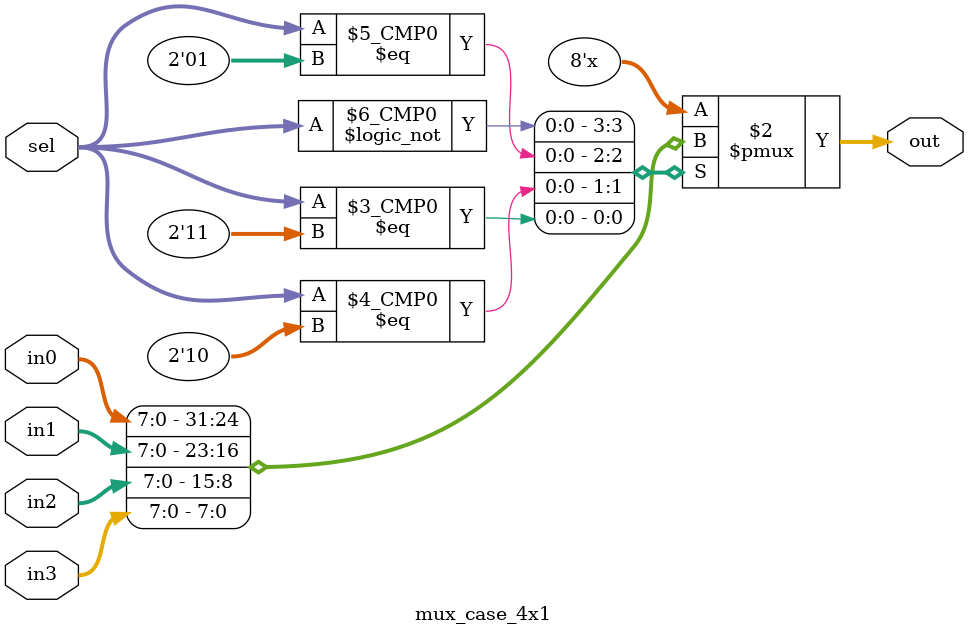
<source format=sv>

module mux_case_4x1 #(
    parameter WIDTH = 8,
    parameter SEL_BITS = 2
)(
    input  logic [WIDTH-1:0] in0, in1, in2, in3,   // 4 individual inputs
    input  logic [SEL_BITS-1:0] sel,               // Select line
    output logic [WIDTH-1:0] out                   // Output
);

    always_comb begin
        case (sel)
            2'b00: out = in0;
            2'b01: out = in1;
            2'b10: out = in2;
            2'b11: out = in3;
            default: out = '0;                     // Default case to avoid latches
        endcase
    end

endmodule

</source>
